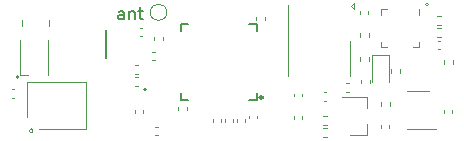
<source format=gbr>
G04 #@! TF.GenerationSoftware,KiCad,Pcbnew,5.1.10-88a1d61d58~90~ubuntu20.04.1*
G04 #@! TF.CreationDate,2021-11-22T21:12:46+01:00*
G04 #@! TF.ProjectId,nRF52832_qfaa,6e524635-3238-4333-925f-716661612e6b,rev?*
G04 #@! TF.SameCoordinates,Original*
G04 #@! TF.FileFunction,Legend,Top*
G04 #@! TF.FilePolarity,Positive*
%FSLAX45Y45*%
G04 Gerber Fmt 4.5, Leading zero omitted, Abs format (unit mm)*
G04 Created by KiCad (PCBNEW 5.1.10-88a1d61d58~90~ubuntu20.04.1) date 2021-11-22 21:12:46*
%MOMM*%
%LPD*%
G01*
G04 APERTURE LIST*
%ADD10C,0.150000*%
%ADD11C,0.120000*%
%ADD12C,0.200000*%
%ADD13C,0.254000*%
%ADD14C,0.127000*%
G04 APERTURE END LIST*
D10*
X4181799Y-3103398D02*
X4181799Y-3051017D01*
X4177037Y-3041493D01*
X4167513Y-3036731D01*
X4148466Y-3036731D01*
X4138942Y-3041493D01*
X4181799Y-3098636D02*
X4172275Y-3103398D01*
X4148466Y-3103398D01*
X4138942Y-3098636D01*
X4134180Y-3089112D01*
X4134180Y-3079588D01*
X4138942Y-3070065D01*
X4148466Y-3065303D01*
X4172275Y-3065303D01*
X4181799Y-3060541D01*
X4229418Y-3036731D02*
X4229418Y-3103398D01*
X4229418Y-3046255D02*
X4234180Y-3041493D01*
X4243704Y-3036731D01*
X4257990Y-3036731D01*
X4267513Y-3041493D01*
X4272275Y-3051017D01*
X4272275Y-3103398D01*
X4305609Y-3036731D02*
X4343704Y-3036731D01*
X4319894Y-3003398D02*
X4319894Y-3089112D01*
X4324656Y-3098636D01*
X4334180Y-3103398D01*
X4343704Y-3103398D01*
D11*
X3413940Y-4048760D02*
G75*
G03*
X3413940Y-4048760I-17961J0D01*
G01*
X3294380Y-3591560D02*
G75*
G03*
X3294380Y-3591560I-12700J0D01*
G01*
X6761480Y-2981960D02*
G75*
G03*
X6761480Y-2981960I-12700J0D01*
G01*
X6126480Y-3020060D02*
X6126480Y-2969260D01*
X6101080Y-2994660D02*
X6126480Y-3020060D01*
X6126480Y-2969260D02*
X6101080Y-2994660D01*
X6681580Y-3293960D02*
X6681580Y-3341460D01*
X6681580Y-3341460D02*
X6634080Y-3341460D01*
X6359580Y-3066960D02*
X6359580Y-3019460D01*
X6359580Y-3019460D02*
X6407080Y-3019460D01*
X6359580Y-3293960D02*
X6359580Y-3341460D01*
X6359580Y-3341460D02*
X6407080Y-3341460D01*
X6681580Y-3066960D02*
X6681580Y-3019460D01*
D12*
X4034080Y-3432160D02*
X4034080Y-3192160D01*
D11*
X4545480Y-3045460D02*
G75*
G03*
X4545480Y-3045460I-70000J0D01*
G01*
X4315096Y-3174560D02*
X4336664Y-3174560D01*
X4315096Y-3246560D02*
X4336664Y-3246560D01*
X5006780Y-3949076D02*
X5006780Y-3970644D01*
X4934780Y-3949076D02*
X4934780Y-3970644D01*
X6429180Y-3999876D02*
X6429180Y-4021444D01*
X6357180Y-3999876D02*
X6357180Y-4021444D01*
X6890580Y-3894444D02*
X6890580Y-3872876D01*
X6962580Y-3894444D02*
X6962580Y-3872876D01*
X6251380Y-3034676D02*
X6251380Y-3056244D01*
X6179380Y-3034676D02*
X6179380Y-3056244D01*
X3366380Y-3571460D02*
X3306380Y-3571460D01*
X3306380Y-3571460D02*
X3306380Y-3281460D01*
X3536380Y-3571460D02*
X3536380Y-3281460D01*
D12*
X4372180Y-3699260D02*
G75*
G03*
X4372180Y-3699260I-10000J0D01*
G01*
D11*
X5573380Y-2986760D02*
X5573380Y-3586760D01*
X6095380Y-3286760D02*
X6095380Y-3586760D01*
D13*
X5357780Y-3764560D02*
G75*
G03*
X5357780Y-3764560I-12700J0D01*
G01*
D14*
X5305080Y-3204560D02*
X5305080Y-3144560D01*
X5305080Y-3144560D02*
X5245080Y-3144560D01*
X4725080Y-3144560D02*
X4665080Y-3144560D01*
X4665080Y-3144560D02*
X4665080Y-3204560D01*
X4665080Y-3724560D02*
X4665080Y-3784560D01*
X4665080Y-3784560D02*
X4725080Y-3784560D01*
X5245080Y-3784560D02*
X5305080Y-3784560D01*
X5305080Y-3784560D02*
X5305080Y-3724560D01*
D11*
X3316080Y-3159360D02*
X3316080Y-3109360D01*
X3552080Y-3159360D02*
X3552080Y-3109360D01*
X4511480Y-3274944D02*
X4511480Y-3253376D01*
X4439480Y-3274944D02*
X4439480Y-3253376D01*
X3254364Y-3695260D02*
X3232796Y-3695260D01*
X3254364Y-3767260D02*
X3232796Y-3767260D01*
X6861164Y-3284060D02*
X6839596Y-3284060D01*
X6861164Y-3356060D02*
X6839596Y-3356060D01*
X6086464Y-3644460D02*
X6064896Y-3644460D01*
X6086464Y-3716460D02*
X6064896Y-3716460D01*
X6264080Y-3640444D02*
X6264080Y-3618876D01*
X6192080Y-3640444D02*
X6192080Y-3618876D01*
X5895964Y-3720660D02*
X5874396Y-3720660D01*
X5895964Y-3792660D02*
X5874396Y-3792660D01*
X5692580Y-3754744D02*
X5692580Y-3733176D01*
X5620580Y-3754744D02*
X5620580Y-3733176D01*
X5620580Y-3923676D02*
X5620580Y-3945244D01*
X5692580Y-3923676D02*
X5692580Y-3945244D01*
X5036380Y-3949076D02*
X5036380Y-3970644D01*
X5108380Y-3949076D02*
X5108380Y-3970644D01*
X5137980Y-3949076D02*
X5137980Y-3970644D01*
X5209980Y-3949076D02*
X5209980Y-3970644D01*
X4642680Y-3847476D02*
X4642680Y-3869044D01*
X4714680Y-3847476D02*
X4714680Y-3869044D01*
X4298564Y-3593660D02*
X4276996Y-3593660D01*
X4298564Y-3665660D02*
X4276996Y-3665660D01*
X4298564Y-3492060D02*
X4276996Y-3492060D01*
X4298564Y-3564060D02*
X4276996Y-3564060D01*
X5375080Y-3107044D02*
X5375080Y-3085476D01*
X5303080Y-3107044D02*
X5303080Y-3085476D01*
X5311580Y-3942444D02*
X5311580Y-3920876D01*
X5239580Y-3942444D02*
X5239580Y-3920876D01*
X4423796Y-3449760D02*
X4445364Y-3449760D01*
X4423796Y-3377760D02*
X4445364Y-3377760D01*
X4470764Y-4012760D02*
X4449196Y-4012760D01*
X4470764Y-4084760D02*
X4449196Y-4084760D01*
X4274380Y-3875676D02*
X4274380Y-3897244D01*
X4346380Y-3875676D02*
X4346380Y-3897244D01*
X6240580Y-4079760D02*
X6094580Y-4079760D01*
X6240580Y-3763760D02*
X6024580Y-3763760D01*
X6240580Y-3763760D02*
X6240580Y-3856760D01*
X6240580Y-4079760D02*
X6240580Y-3986760D01*
X6582580Y-4031960D02*
X6827580Y-4031960D01*
X6762580Y-3709960D02*
X6582580Y-3709960D01*
X6888580Y-3449196D02*
X6888580Y-3479924D01*
X6964580Y-3449196D02*
X6964580Y-3479924D01*
X6444080Y-3525396D02*
X6444080Y-3556124D01*
X6520080Y-3525396D02*
X6520080Y-3556124D01*
X6865744Y-3176460D02*
X6835016Y-3176460D01*
X6865744Y-3252460D02*
X6835016Y-3252460D01*
X5900544Y-3921860D02*
X5869816Y-3921860D01*
X5900544Y-3997860D02*
X5869816Y-3997860D01*
X6355180Y-3804796D02*
X6355180Y-3835524D01*
X6431180Y-3804796D02*
X6431180Y-3835524D01*
X6865744Y-3074860D02*
X6835016Y-3074860D01*
X6865744Y-3150860D02*
X6835016Y-3150860D01*
X6177380Y-3423796D02*
X6177380Y-3454524D01*
X6253380Y-3423796D02*
X6253380Y-3454524D01*
X6177380Y-3220396D02*
X6177380Y-3251124D01*
X6253380Y-3220396D02*
X6253380Y-3251124D01*
X5900544Y-4023460D02*
X5869816Y-4023460D01*
X5900544Y-4099460D02*
X5869816Y-4099460D01*
X3361880Y-3932860D02*
X3361880Y-3632860D01*
X3861880Y-4032860D02*
X3461880Y-4032860D01*
X3861880Y-3632860D02*
X3861880Y-4032860D01*
X3361880Y-3632860D02*
X3861880Y-3632860D01*
X6281580Y-3404960D02*
X6281580Y-3633460D01*
X6428580Y-3404960D02*
X6281580Y-3404960D01*
X6428580Y-3633460D02*
X6428580Y-3404960D01*
M02*

</source>
